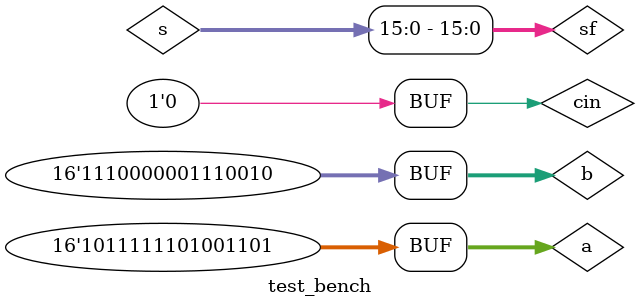
<source format=v>
`include "16bitCLA.v"

module test_bench;
    reg [15:0] a,b;
    reg cin;
    
    wire [15:0] s;
    wire [16:0]sf;
    wire C;
    
    cla16 test(.C(C),.s(s),.a(a),.b(b),.cin(cin));
    assign sf={C,s};
    initial 
        begin
            a=16'b 1101010010010101 ;b=16'b 0011101001100101;cin=0;
            #10 a=16'b 1111000001011011;b=16'b 1000000010111101;cin=0; 
            #10 a=16'd 48973; b=16'd 57458;cin=0;
        end
    initial
        $monitor("a=%b=%d b=%b=%d \t a+b=%b=%d \t time=%0d",a,a,b,b,sf,sf,$time);
endmodule
</source>
